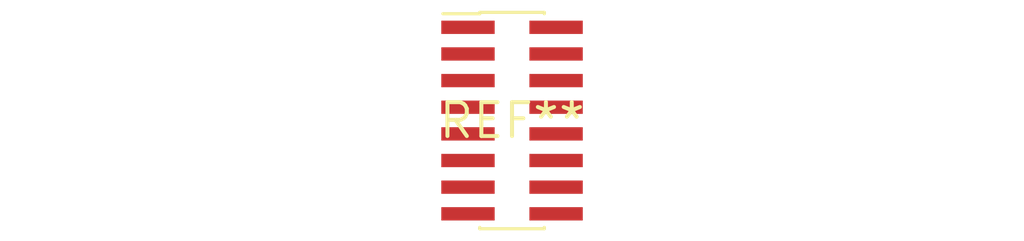
<source format=kicad_pcb>
(kicad_pcb (version 20240108) (generator pcbnew)
  (layers (0 "F.Cu" signal) (31 "B.Cu" signal) (34 "B.Paste" user) (35 "F.Paste" user) (36 "B.SilkS" user "B.Silkscreen") (37 "F.SilkS" user "F.Silkscreen") (38 "B.Mask" user) (39 "F.Mask" user) (44 "Edge.Cuts" user))
  (net 0 "")
  (footprint "PinHeader_2x08_P1.00mm_Vertical_SMD" (layer "F.Cu") (at 0 0)
    (property "Reference" "REF**")
    (property "Value" "PinHeader_2x08_P1.00mm_Vertical_SMD")
    (fp_line (start -2.59 -4.01) (end -1.21 -4.01) (layer "F.SilkS") (stroke (width 0.12)))
    (fp_line (start -1.21 -4.06) (end -1.21 -4.01) (layer "F.SilkS") (stroke (width 0.12)))
    (fp_line (start -1.21 -4.06) (end 1.21 -4.06) (layer "F.SilkS") (stroke (width 0.12)))
    (fp_line (start -1.21 4.01) (end -1.21 4.06) (layer "F.SilkS") (stroke (width 0.12)))
    (fp_line (start -1.21 4.06) (end 1.21 4.06) (layer "F.SilkS") (stroke (width 0.12)))
    (fp_line (start 1.21 -4.06) (end 1.21 -4.01) (layer "F.SilkS") (stroke (width 0.12)))
    (fp_line (start 1.21 4.01) (end 1.21 4.06) (layer "F.SilkS") (stroke (width 0.12)))
    (pad "1" smd rect (at -1.65 -3.5) (size 2 0.5) (layers "F.Cu" "F.Paste" "F.Mask"))
    (pad "2" smd rect (at 1.65 -3.5) (size 2 0.5) (layers "F.Cu" "F.Paste" "F.Mask"))
    (pad "3" smd rect (at -1.65 -2.5) (size 2 0.5) (layers "F.Cu" "F.Paste" "F.Mask"))
    (pad "4" smd rect (at 1.65 -2.5) (size 2 0.5) (layers "F.Cu" "F.Paste" "F.Mask"))
    (pad "5" smd rect (at -1.65 -1.5) (size 2 0.5) (layers "F.Cu" "F.Paste" "F.Mask"))
    (pad "6" smd rect (at 1.65 -1.5) (size 2 0.5) (layers "F.Cu" "F.Paste" "F.Mask"))
    (pad "7" smd rect (at -1.65 -0.5) (size 2 0.5) (layers "F.Cu" "F.Paste" "F.Mask"))
    (pad "8" smd rect (at 1.65 -0.5) (size 2 0.5) (layers "F.Cu" "F.Paste" "F.Mask"))
    (pad "9" smd rect (at -1.65 0.5) (size 2 0.5) (layers "F.Cu" "F.Paste" "F.Mask"))
    (pad "10" smd rect (at 1.65 0.5) (size 2 0.5) (layers "F.Cu" "F.Paste" "F.Mask"))
    (pad "11" smd rect (at -1.65 1.5) (size 2 0.5) (layers "F.Cu" "F.Paste" "F.Mask"))
    (pad "12" smd rect (at 1.65 1.5) (size 2 0.5) (layers "F.Cu" "F.Paste" "F.Mask"))
    (pad "13" smd rect (at -1.65 2.5) (size 2 0.5) (layers "F.Cu" "F.Paste" "F.Mask"))
    (pad "14" smd rect (at 1.65 2.5) (size 2 0.5) (layers "F.Cu" "F.Paste" "F.Mask"))
    (pad "15" smd rect (at -1.65 3.5) (size 2 0.5) (layers "F.Cu" "F.Paste" "F.Mask"))
    (pad "16" smd rect (at 1.65 3.5) (size 2 0.5) (layers "F.Cu" "F.Paste" "F.Mask"))
  )
)
</source>
